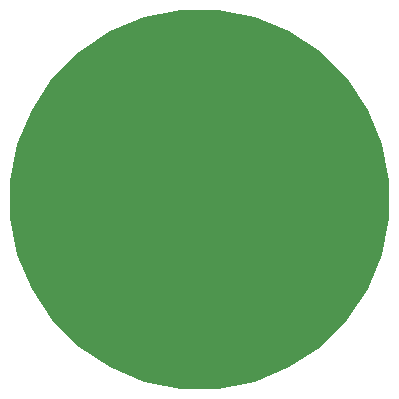
<source format=gts>
G04 #@! TF.GenerationSoftware,KiCad,Pcbnew,(5.1.5-0)*
G04 #@! TF.CreationDate,2020-06-12T17:52:12+02:00*
G04 #@! TF.ProjectId,Electrodes,456c6563-7472-46f6-9465-732e6b696361,rev?*
G04 #@! TF.SameCoordinates,Original*
G04 #@! TF.FileFunction,Soldermask,Top*
G04 #@! TF.FilePolarity,Negative*
%FSLAX46Y46*%
G04 Gerber Fmt 4.6, Leading zero omitted, Abs format (unit mm)*
G04 Created by KiCad (PCBNEW (5.1.5-0)) date 2020-06-12 17:52:12*
%MOMM*%
%LPD*%
G04 APERTURE LIST*
%ADD10C,0.100000*%
G04 APERTURE END LIST*
D10*
G36*
X85181903Y-90065830D02*
G01*
X88102998Y-91275787D01*
X88103000Y-91275788D01*
X90731916Y-93032374D01*
X92967626Y-95268084D01*
X94724212Y-97897000D01*
X94724213Y-97897002D01*
X95934170Y-100818097D01*
X96551000Y-103919113D01*
X96551000Y-107080887D01*
X95934170Y-110181903D01*
X94724213Y-113102998D01*
X94724212Y-113103000D01*
X92967626Y-115731916D01*
X90731916Y-117967626D01*
X88103000Y-119724212D01*
X88102999Y-119724213D01*
X88102998Y-119724213D01*
X85181903Y-120934170D01*
X82080887Y-121551000D01*
X78919113Y-121551000D01*
X75818097Y-120934170D01*
X72897002Y-119724213D01*
X72897001Y-119724213D01*
X72897000Y-119724212D01*
X70268084Y-117967626D01*
X68032374Y-115731916D01*
X66275788Y-113103000D01*
X66275787Y-113102998D01*
X65065830Y-110181903D01*
X64449000Y-107080887D01*
X64449000Y-103919113D01*
X65065830Y-100818097D01*
X66275787Y-97897002D01*
X66275788Y-97897000D01*
X68032374Y-95268084D01*
X70268084Y-93032374D01*
X72897000Y-91275788D01*
X72897002Y-91275787D01*
X75818097Y-90065830D01*
X78919113Y-89449000D01*
X82080887Y-89449000D01*
X85181903Y-90065830D01*
G37*
M02*

</source>
